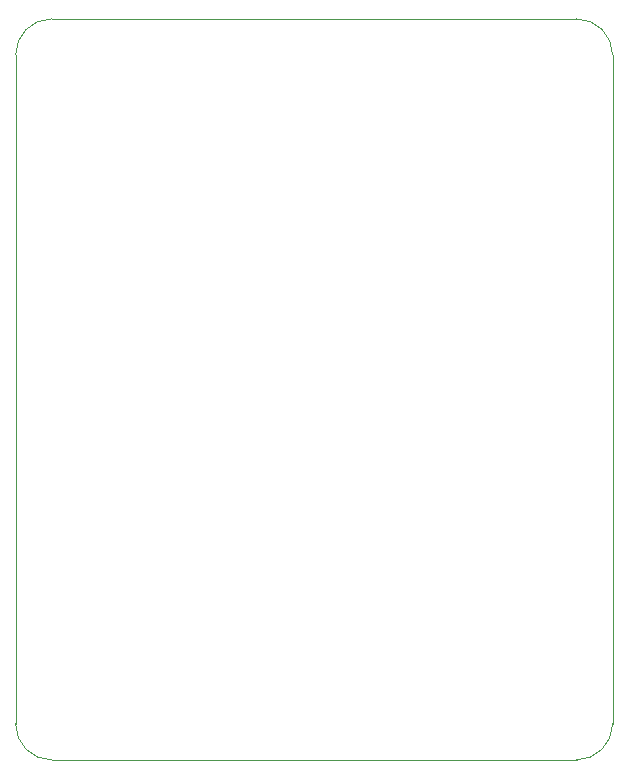
<source format=gbr>
%TF.GenerationSoftware,KiCad,Pcbnew,(6.0.10)*%
%TF.CreationDate,2023-01-29T19:44:21-08:00*%
%TF.ProjectId,DecentXE-to-USB,44656365-6e74-4584-952d-746f2d555342,rev?*%
%TF.SameCoordinates,Original*%
%TF.FileFunction,Profile,NP*%
%FSLAX46Y46*%
G04 Gerber Fmt 4.6, Leading zero omitted, Abs format (unit mm)*
G04 Created by KiCad (PCBNEW (6.0.10)) date 2023-01-29 19:44:21*
%MOMM*%
%LPD*%
G01*
G04 APERTURE LIST*
%TA.AperFunction,Profile*%
%ADD10C,0.100000*%
%TD*%
G04 APERTURE END LIST*
D10*
X15748000Y-16002000D02*
G75*
G03*
X12700000Y-19050000I0J-3048000D01*
G01*
X12700000Y-75692000D02*
G75*
G03*
X15748000Y-78740000I3048000J0D01*
G01*
X15748000Y-16002000D02*
X60198000Y-16002000D01*
X12700000Y-75692000D02*
X12700000Y-19050000D01*
X63246000Y-19050000D02*
X63246000Y-75692000D01*
X63246000Y-19050000D02*
G75*
G03*
X60198000Y-16002000I-3048000J0D01*
G01*
X60198000Y-78740000D02*
X15748000Y-78740000D01*
X60198000Y-78740000D02*
G75*
G03*
X63246000Y-75692000I0J3048000D01*
G01*
M02*

</source>
